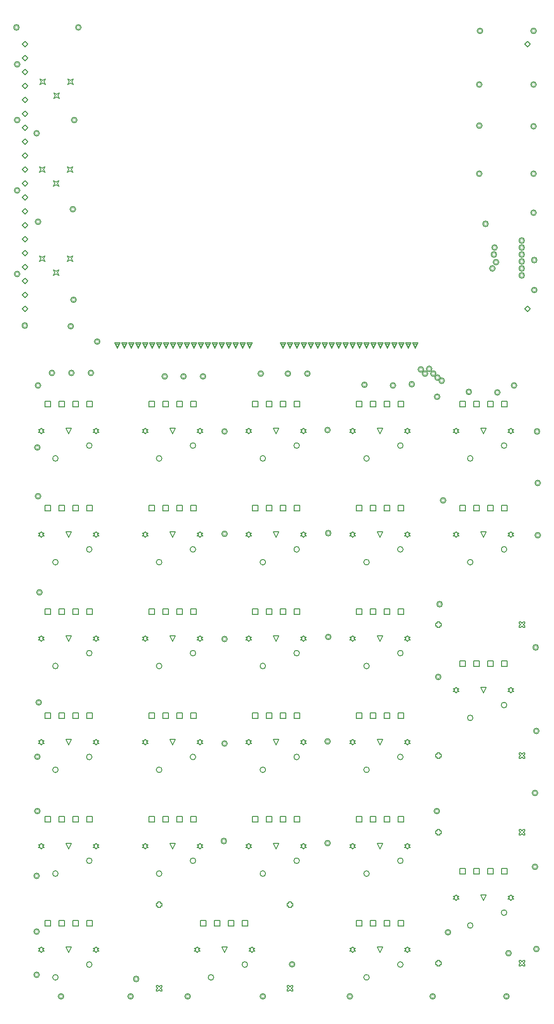
<source format=gbr>
%TF.GenerationSoftware,Altium Limited,Altium Designer,22.7.1 (60)*%
G04 Layer_Color=2752767*
%FSLAX45Y45*%
%MOMM*%
%TF.SameCoordinates,5A05AA2C-F857-43D8-A6CE-F15CAA79189D*%
%TF.FilePolarity,Positive*%
%TF.FileFunction,Drawing*%
%TF.Part,Single*%
G01*
G75*
%TA.AperFunction,NonConductor*%
%ADD85C,0.12700*%
%ADD86C,0.16933*%
%ADD87C,0.10160*%
D85*
X533400Y16776700D02*
X558800Y16827499D01*
X533400Y16878300D01*
X584200Y16852901D01*
X635000Y16878300D01*
X609600Y16827499D01*
X635000Y16776700D01*
X584200Y16802100D01*
X533400Y16776700D01*
X787400Y16522701D02*
X812800Y16573500D01*
X787400Y16624300D01*
X838200Y16598900D01*
X889000Y16624300D01*
X863600Y16573500D01*
X889000Y16522701D01*
X838200Y16548100D01*
X787400Y16522701D01*
X1041400Y16776700D02*
X1066800Y16827499D01*
X1041400Y16878300D01*
X1092200Y16852901D01*
X1143000Y16878300D01*
X1117600Y16827499D01*
X1143000Y16776700D01*
X1092200Y16802100D01*
X1041400Y16776700D01*
X1028700Y13550900D02*
X1054100Y13601700D01*
X1028700Y13652499D01*
X1079500Y13627100D01*
X1130300Y13652499D01*
X1104900Y13601700D01*
X1130300Y13550900D01*
X1079500Y13576300D01*
X1028700Y13550900D01*
X774700Y13296899D02*
X800100Y13347701D01*
X774700Y13398500D01*
X825500Y13373100D01*
X876300Y13398500D01*
X850900Y13347701D01*
X876300Y13296899D01*
X825500Y13322301D01*
X774700Y13296899D01*
X520700Y13550900D02*
X546100Y13601700D01*
X520700Y13652499D01*
X571500Y13627100D01*
X622300Y13652499D01*
X596900Y13601700D01*
X622300Y13550900D01*
X571500Y13576300D01*
X520700Y13550900D01*
X1028700Y15176500D02*
X1054100Y15227299D01*
X1028700Y15278101D01*
X1079500Y15252699D01*
X1130300Y15278101D01*
X1104900Y15227299D01*
X1130300Y15176500D01*
X1079500Y15201900D01*
X1028700Y15176500D01*
X774700Y14922501D02*
X800100Y14973300D01*
X774700Y15024100D01*
X825500Y14998700D01*
X876300Y15024100D01*
X850900Y14973300D01*
X876300Y14922501D01*
X825500Y14947900D01*
X774700Y14922501D01*
X520700Y15176500D02*
X546100Y15227299D01*
X520700Y15278101D01*
X571500Y15252699D01*
X622300Y15278101D01*
X596900Y15227299D01*
X622300Y15176500D01*
X571500Y15201900D01*
X520700Y15176500D01*
X8701930Y10900130D02*
Y11001730D01*
X8803530D01*
Y10900130D01*
X8701930D01*
X8193930D02*
Y11001730D01*
X8295530D01*
Y10900130D01*
X8193930D01*
X8447930D02*
Y11001730D01*
X8549530D01*
Y10900130D01*
X8447930D01*
X8955950Y10900110D02*
Y11001710D01*
X9057550D01*
Y10900110D01*
X8955950D01*
X8627030Y10412430D02*
X8576230Y10514030D01*
X8677830D01*
X8627030Y10412430D01*
X9126140D02*
X9151540Y10437830D01*
X9176940D01*
X9151540Y10463230D01*
X9176940Y10488630D01*
X9151540D01*
X9126140Y10514030D01*
X9100740Y10488630D01*
X9075340D01*
X9100740Y10463230D01*
X9075340Y10437830D01*
X9100740D01*
X9126140Y10412430D01*
X8127930D02*
X8153330Y10437830D01*
X8178730D01*
X8153330Y10463230D01*
X8178730Y10488630D01*
X8153330D01*
X8127930Y10514030D01*
X8102530Y10488630D01*
X8077130D01*
X8102530Y10463230D01*
X8077130Y10437830D01*
X8102530D01*
X8127930Y10412430D01*
Y5681680D02*
X8153330Y5707080D01*
X8178730D01*
X8153330Y5732480D01*
X8178730Y5757880D01*
X8153330D01*
X8127930Y5783280D01*
X8102530Y5757880D01*
X8077130D01*
X8102530Y5732480D01*
X8077130Y5707080D01*
X8102530D01*
X8127930Y5681680D01*
X9126140D02*
X9151540Y5707080D01*
X9176940D01*
X9151540Y5732480D01*
X9176940Y5757880D01*
X9151540D01*
X9126140Y5783280D01*
X9100740Y5757880D01*
X9075340D01*
X9100740Y5732480D01*
X9075340Y5707080D01*
X9100740D01*
X9126140Y5681680D01*
X8627030D02*
X8576230Y5783280D01*
X8677830D01*
X8627030Y5681680D01*
X8955950Y6169360D02*
Y6270960D01*
X9057550D01*
Y6169360D01*
X8955950D01*
X8447930Y6169380D02*
Y6270980D01*
X8549530D01*
Y6169380D01*
X8447930D01*
X8193930D02*
Y6270980D01*
X8295530D01*
Y6169380D01*
X8193930D01*
X8701930D02*
Y6270980D01*
X8803530D01*
Y6169380D01*
X8701930D01*
X7776130Y6900880D02*
Y6875480D01*
X7826930D01*
Y6900880D01*
X7852330D01*
Y6951680D01*
X7826930D01*
Y6977080D01*
X7776130D01*
Y6951680D01*
X7750730D01*
Y6900880D01*
X7776130D01*
X9274730Y6875480D02*
X9300130D01*
X9325530Y6900880D01*
X9350930Y6875480D01*
X9376330D01*
Y6900880D01*
X9350930Y6926280D01*
X9376330Y6951680D01*
Y6977080D01*
X9350930D01*
X9325530Y6951680D01*
X9300130Y6977080D01*
X9274730D01*
Y6951680D01*
X9300130Y6926280D01*
X9274730Y6900880D01*
Y6875480D01*
Y4487880D02*
X9300130D01*
X9325530Y4513280D01*
X9350930Y4487880D01*
X9376330D01*
Y4513280D01*
X9350930Y4538680D01*
X9376330Y4564080D01*
Y4589480D01*
X9350930D01*
X9325530Y4564080D01*
X9300130Y4589480D01*
X9274730D01*
Y4564080D01*
X9300130Y4538680D01*
X9274730Y4513280D01*
Y4487880D01*
X7776130Y4513280D02*
Y4487880D01*
X7826930D01*
Y4513280D01*
X7852330D01*
Y4564080D01*
X7826930D01*
Y4589480D01*
X7776130D01*
Y4564080D01*
X7750730D01*
Y4513280D01*
X7776130D01*
X8127930Y1897080D02*
X8153330Y1922480D01*
X8178730D01*
X8153330Y1947880D01*
X8178730Y1973280D01*
X8153330D01*
X8127930Y1998680D01*
X8102530Y1973280D01*
X8077130D01*
X8102530Y1947880D01*
X8077130Y1922480D01*
X8102530D01*
X8127930Y1897080D01*
X9126140D02*
X9151540Y1922480D01*
X9176940D01*
X9151540Y1947880D01*
X9176940Y1973280D01*
X9151540D01*
X9126140Y1998680D01*
X9100740Y1973280D01*
X9075340D01*
X9100740Y1947880D01*
X9075340Y1922480D01*
X9100740D01*
X9126140Y1897080D01*
X8627030D02*
X8576230Y1998680D01*
X8677830D01*
X8627030Y1897080D01*
X8955950Y2384760D02*
Y2486360D01*
X9057550D01*
Y2384760D01*
X8955950D01*
X8447930Y2384780D02*
Y2486380D01*
X8549530D01*
Y2384780D01*
X8447930D01*
X8193930D02*
Y2486380D01*
X8295530D01*
Y2384780D01*
X8193930D01*
X8701930D02*
Y2486380D01*
X8803530D01*
Y2384780D01*
X8701930D01*
X7776130Y3116280D02*
Y3090880D01*
X7826930D01*
Y3116280D01*
X7852330D01*
Y3167080D01*
X7826930D01*
Y3192480D01*
X7776130D01*
Y3167080D01*
X7750730D01*
Y3116280D01*
X7776130D01*
X9274730Y3090880D02*
X9300130D01*
X9325530Y3116280D01*
X9350930Y3090880D01*
X9376330D01*
Y3116280D01*
X9350930Y3141680D01*
X9376330Y3167080D01*
Y3192480D01*
X9350930D01*
X9325530Y3167080D01*
X9300130Y3192480D01*
X9274730D01*
Y3167080D01*
X9300130Y3141680D01*
X9274730Y3116280D01*
Y3090880D01*
Y703280D02*
X9300130D01*
X9325530Y728680D01*
X9350930Y703280D01*
X9376330D01*
Y728680D01*
X9350930Y754080D01*
X9376330Y779480D01*
Y804880D01*
X9350930D01*
X9325530Y779480D01*
X9300130Y804880D01*
X9274730D01*
Y779480D01*
X9300130Y754080D01*
X9274730Y728680D01*
Y703280D01*
X7776130Y728680D02*
Y703280D01*
X7826930D01*
Y728680D01*
X7852330D01*
Y779480D01*
X7826930D01*
Y804880D01*
X7776130D01*
Y779480D01*
X7750730D01*
Y728680D01*
X7776130D01*
X3971180Y1438630D02*
Y1540230D01*
X4072780D01*
Y1438630D01*
X3971180D01*
X3463180D02*
Y1540230D01*
X3564780D01*
Y1438630D01*
X3463180D01*
X3717180D02*
Y1540230D01*
X3818780D01*
Y1438630D01*
X3717180D01*
X4225200Y1438610D02*
Y1540210D01*
X4326800D01*
Y1438610D01*
X4225200D01*
X3896280Y950930D02*
X3845480Y1052530D01*
X3947080D01*
X3896280Y950930D01*
X4395390D02*
X4420790Y976330D01*
X4446190D01*
X4420790Y1001730D01*
X4446190Y1027130D01*
X4420790D01*
X4395390Y1052530D01*
X4369990Y1027130D01*
X4344590D01*
X4369990Y1001730D01*
X4344590Y976330D01*
X4369990D01*
X4395390Y950930D01*
X3397180D02*
X3422580Y976330D01*
X3447980D01*
X3422580Y1001730D01*
X3447980Y1027130D01*
X3422580D01*
X3397180Y1052530D01*
X3371780Y1027130D01*
X3346380D01*
X3371780Y1001730D01*
X3346380Y976330D01*
X3371780D01*
X3397180Y950930D01*
X2651680Y252430D02*
X2677080D01*
X2702480Y277830D01*
X2727880Y252430D01*
X2753280D01*
Y277830D01*
X2727880Y303230D01*
X2753280Y328630D01*
Y354030D01*
X2727880D01*
X2702480Y328630D01*
X2677080Y354030D01*
X2651680D01*
Y328630D01*
X2677080Y303230D01*
X2651680Y277830D01*
Y252430D01*
X5039280D02*
X5064680D01*
X5090080Y277830D01*
X5115480Y252430D01*
X5140880D01*
Y277830D01*
X5115480Y303230D01*
X5140880Y328630D01*
Y354030D01*
X5115480D01*
X5090080Y328630D01*
X5064680Y354030D01*
X5039280D01*
Y328630D01*
X5064680Y303230D01*
X5039280Y277830D01*
Y252430D01*
X2677080Y1801830D02*
Y1776430D01*
X2727880D01*
Y1801830D01*
X2753280D01*
Y1852630D01*
X2727880D01*
Y1878030D01*
X2677080D01*
Y1852630D01*
X2651680D01*
Y1801830D01*
X2677080D01*
X5064680D02*
Y1776430D01*
X5115480D01*
Y1801830D01*
X5140880D01*
Y1852630D01*
X5115480D01*
Y1878030D01*
X5064680D01*
Y1852630D01*
X5039280D01*
Y1801830D01*
X5064680D01*
X1132730Y1438630D02*
Y1540230D01*
X1234330D01*
Y1438630D01*
X1132730D01*
X624730D02*
Y1540230D01*
X726330D01*
Y1438630D01*
X624730D01*
X878730D02*
Y1540230D01*
X980330D01*
Y1438630D01*
X878730D01*
X1386750Y1438610D02*
Y1540210D01*
X1488350D01*
Y1438610D01*
X1386750D01*
X1057830Y950930D02*
X1007030Y1052530D01*
X1108630D01*
X1057830Y950930D01*
X1556940D02*
X1582340Y976330D01*
X1607740D01*
X1582340Y1001730D01*
X1607740Y1027130D01*
X1582340D01*
X1556940Y1052530D01*
X1531540Y1027130D01*
X1506140D01*
X1531540Y1001730D01*
X1506140Y976330D01*
X1531540D01*
X1556940Y950930D01*
X558730D02*
X584130Y976330D01*
X609530D01*
X584130Y1001730D01*
X609530Y1027130D01*
X584130D01*
X558730Y1052530D01*
X533330Y1027130D01*
X507930D01*
X533330Y1001730D01*
X507930Y976330D01*
X533330D01*
X558730Y950930D01*
X1132730Y3330930D02*
Y3432530D01*
X1234330D01*
Y3330930D01*
X1132730D01*
X624730D02*
Y3432530D01*
X726330D01*
Y3330930D01*
X624730D01*
X878730D02*
Y3432530D01*
X980330D01*
Y3330930D01*
X878730D01*
X1386750Y3330910D02*
Y3432510D01*
X1488350D01*
Y3330910D01*
X1386750D01*
X1057830Y2843230D02*
X1007030Y2944830D01*
X1108630D01*
X1057830Y2843230D01*
X1556940D02*
X1582340Y2868630D01*
X1607740D01*
X1582340Y2894030D01*
X1607740Y2919430D01*
X1582340D01*
X1556940Y2944830D01*
X1531540Y2919430D01*
X1506140D01*
X1531540Y2894030D01*
X1506140Y2868630D01*
X1531540D01*
X1556940Y2843230D01*
X558730D02*
X584130Y2868630D01*
X609530D01*
X584130Y2894030D01*
X609530Y2919430D01*
X584130D01*
X558730Y2944830D01*
X533330Y2919430D01*
X507930D01*
X533330Y2894030D01*
X507930Y2868630D01*
X533330D01*
X558730Y2843230D01*
X1132730Y5223230D02*
Y5324830D01*
X1234330D01*
Y5223230D01*
X1132730D01*
X624730D02*
Y5324830D01*
X726330D01*
Y5223230D01*
X624730D01*
X878730D02*
Y5324830D01*
X980330D01*
Y5223230D01*
X878730D01*
X1386750Y5223210D02*
Y5324810D01*
X1488350D01*
Y5223210D01*
X1386750D01*
X1057830Y4735530D02*
X1007030Y4837130D01*
X1108630D01*
X1057830Y4735530D01*
X1556940D02*
X1582340Y4760930D01*
X1607740D01*
X1582340Y4786330D01*
X1607740Y4811730D01*
X1582340D01*
X1556940Y4837130D01*
X1531540Y4811730D01*
X1506140D01*
X1531540Y4786330D01*
X1506140Y4760930D01*
X1531540D01*
X1556940Y4735530D01*
X558730D02*
X584130Y4760930D01*
X609530D01*
X584130Y4786330D01*
X609530Y4811730D01*
X584130D01*
X558730Y4837130D01*
X533330Y4811730D01*
X507930D01*
X533330Y4786330D01*
X507930Y4760930D01*
X533330D01*
X558730Y4735530D01*
X1132730Y7115530D02*
Y7217130D01*
X1234330D01*
Y7115530D01*
X1132730D01*
X624730D02*
Y7217130D01*
X726330D01*
Y7115530D01*
X624730D01*
X878730D02*
Y7217130D01*
X980330D01*
Y7115530D01*
X878730D01*
X1386750Y7115510D02*
Y7217110D01*
X1488350D01*
Y7115510D01*
X1386750D01*
X1057830Y6627830D02*
X1007030Y6729430D01*
X1108630D01*
X1057830Y6627830D01*
X1556940D02*
X1582340Y6653230D01*
X1607740D01*
X1582340Y6678630D01*
X1607740Y6704030D01*
X1582340D01*
X1556940Y6729430D01*
X1531540Y6704030D01*
X1506140D01*
X1531540Y6678630D01*
X1506140Y6653230D01*
X1531540D01*
X1556940Y6627830D01*
X558730D02*
X584130Y6653230D01*
X609530D01*
X584130Y6678630D01*
X609530Y6704030D01*
X584130D01*
X558730Y6729430D01*
X533330Y6704030D01*
X507930D01*
X533330Y6678630D01*
X507930Y6653230D01*
X533330D01*
X558730Y6627830D01*
X1132730Y9007830D02*
Y9109430D01*
X1234330D01*
Y9007830D01*
X1132730D01*
X624730D02*
Y9109430D01*
X726330D01*
Y9007830D01*
X624730D01*
X878730D02*
Y9109430D01*
X980330D01*
Y9007830D01*
X878730D01*
X1386750Y9007810D02*
Y9109410D01*
X1488350D01*
Y9007810D01*
X1386750D01*
X1057830Y8520130D02*
X1007030Y8621730D01*
X1108630D01*
X1057830Y8520130D01*
X1556940D02*
X1582340Y8545530D01*
X1607740D01*
X1582340Y8570930D01*
X1607740Y8596330D01*
X1582340D01*
X1556940Y8621730D01*
X1531540Y8596330D01*
X1506140D01*
X1531540Y8570930D01*
X1506140Y8545530D01*
X1531540D01*
X1556940Y8520130D01*
X558730D02*
X584130Y8545530D01*
X609530D01*
X584130Y8570930D01*
X609530Y8596330D01*
X584130D01*
X558730Y8621730D01*
X533330Y8596330D01*
X507930D01*
X533330Y8570930D01*
X507930Y8545530D01*
X533330D01*
X558730Y8520130D01*
X1132730Y10900130D02*
Y11001730D01*
X1234330D01*
Y10900130D01*
X1132730D01*
X624730D02*
Y11001730D01*
X726330D01*
Y10900130D01*
X624730D01*
X878730D02*
Y11001730D01*
X980330D01*
Y10900130D01*
X878730D01*
X1386750Y10900110D02*
Y11001710D01*
X1488350D01*
Y10900110D01*
X1386750D01*
X1057830Y10412430D02*
X1007030Y10514030D01*
X1108630D01*
X1057830Y10412430D01*
X1556940D02*
X1582340Y10437830D01*
X1607740D01*
X1582340Y10463230D01*
X1607740Y10488630D01*
X1582340D01*
X1556940Y10514030D01*
X1531540Y10488630D01*
X1506140D01*
X1531540Y10463230D01*
X1506140Y10437830D01*
X1531540D01*
X1556940Y10412430D01*
X558730D02*
X584130Y10437830D01*
X609530D01*
X584130Y10463230D01*
X609530Y10488630D01*
X584130D01*
X558730Y10514030D01*
X533330Y10488630D01*
X507930D01*
X533330Y10463230D01*
X507930Y10437830D01*
X533330D01*
X558730Y10412430D01*
X7378700Y11963400D02*
X7327900Y12065000D01*
X7429500D01*
X7378700Y11963400D01*
Y11983720D02*
X7348220Y12044680D01*
X7409180D01*
X7378700Y11983720D01*
X7251700Y11963400D02*
X7200900Y12065000D01*
X7302500D01*
X7251700Y11963400D01*
Y11983720D02*
X7221220Y12044680D01*
X7282180D01*
X7251700Y11983720D01*
X7124700Y11963400D02*
X7073900Y12065000D01*
X7175500D01*
X7124700Y11963400D01*
Y11983720D02*
X7094220Y12044680D01*
X7155180D01*
X7124700Y11983720D01*
X6997700Y11963400D02*
X6946900Y12065000D01*
X7048500D01*
X6997700Y11963400D01*
Y11983720D02*
X6967220Y12044680D01*
X7028180D01*
X6997700Y11983720D01*
X6870700Y11963400D02*
X6819900Y12065000D01*
X6921500D01*
X6870700Y11963400D01*
Y11983720D02*
X6840220Y12044680D01*
X6901180D01*
X6870700Y11983720D01*
X6743700Y11963400D02*
X6692900Y12065000D01*
X6794500D01*
X6743700Y11963400D01*
Y11983720D02*
X6713220Y12044680D01*
X6774180D01*
X6743700Y11983720D01*
X6616700Y11963400D02*
X6565900Y12065000D01*
X6667500D01*
X6616700Y11963400D01*
Y11983720D02*
X6586220Y12044680D01*
X6647180D01*
X6616700Y11983720D01*
X6489700Y11963400D02*
X6438900Y12065000D01*
X6540500D01*
X6489700Y11963400D01*
Y11983720D02*
X6459220Y12044680D01*
X6520180D01*
X6489700Y11983720D01*
X6362700Y11963400D02*
X6311900Y12065000D01*
X6413500D01*
X6362700Y11963400D01*
Y11983720D02*
X6332220Y12044680D01*
X6393180D01*
X6362700Y11983720D01*
X6235700Y11963400D02*
X6184900Y12065000D01*
X6286500D01*
X6235700Y11963400D01*
Y11983720D02*
X6205220Y12044680D01*
X6266180D01*
X6235700Y11983720D01*
X6108700Y11963400D02*
X6057900Y12065000D01*
X6159500D01*
X6108700Y11963400D01*
Y11983720D02*
X6078220Y12044680D01*
X6139180D01*
X6108700Y11983720D01*
X5981700Y11963400D02*
X5930900Y12065000D01*
X6032500D01*
X5981700Y11963400D01*
Y11983720D02*
X5951220Y12044680D01*
X6012180D01*
X5981700Y11983720D01*
X5854700Y11963400D02*
X5803900Y12065000D01*
X5905500D01*
X5854700Y11963400D01*
Y11983720D02*
X5824220Y12044680D01*
X5885180D01*
X5854700Y11983720D01*
X5727700Y11963400D02*
X5676900Y12065000D01*
X5778500D01*
X5727700Y11963400D01*
Y11983720D02*
X5697220Y12044680D01*
X5758180D01*
X5727700Y11983720D01*
X5600700Y11963400D02*
X5549900Y12065000D01*
X5651500D01*
X5600700Y11963400D01*
Y11983720D02*
X5570220Y12044680D01*
X5631180D01*
X5600700Y11983720D01*
X5473700Y11963400D02*
X5422900Y12065000D01*
X5524500D01*
X5473700Y11963400D01*
Y11983720D02*
X5443220Y12044680D01*
X5504180D01*
X5473700Y11983720D01*
X5346700Y11963400D02*
X5295900Y12065000D01*
X5397500D01*
X5346700Y11963400D01*
Y11983720D02*
X5316220Y12044680D01*
X5377180D01*
X5346700Y11983720D01*
X5219700Y11963400D02*
X5168900Y12065000D01*
X5270500D01*
X5219700Y11963400D01*
Y11983720D02*
X5189220Y12044680D01*
X5250180D01*
X5219700Y11983720D01*
X5092700Y11963400D02*
X5041900Y12065000D01*
X5143500D01*
X5092700Y11963400D01*
Y11983720D02*
X5062220Y12044680D01*
X5123180D01*
X5092700Y11983720D01*
X4965700Y11963400D02*
X4914900Y12065000D01*
X5016500D01*
X4965700Y11963400D01*
Y11983720D02*
X4935220Y12044680D01*
X4996180D01*
X4965700Y11983720D01*
X4356100Y11963400D02*
X4305300Y12065000D01*
X4406900D01*
X4356100Y11963400D01*
Y11983720D02*
X4325620Y12044680D01*
X4386580D01*
X4356100Y11983720D01*
X4229100Y11963400D02*
X4178300Y12065000D01*
X4279900D01*
X4229100Y11963400D01*
Y11983720D02*
X4198620Y12044680D01*
X4259580D01*
X4229100Y11983720D01*
X4102100Y11963400D02*
X4051300Y12065000D01*
X4152900D01*
X4102100Y11963400D01*
Y11983720D02*
X4071620Y12044680D01*
X4132580D01*
X4102100Y11983720D01*
X3975100Y11963400D02*
X3924300Y12065000D01*
X4025900D01*
X3975100Y11963400D01*
Y11983720D02*
X3944620Y12044680D01*
X4005580D01*
X3975100Y11983720D01*
X3848100Y11963400D02*
X3797300Y12065000D01*
X3898900D01*
X3848100Y11963400D01*
Y11983720D02*
X3817620Y12044680D01*
X3878580D01*
X3848100Y11983720D01*
X3721100Y11963400D02*
X3670300Y12065000D01*
X3771900D01*
X3721100Y11963400D01*
Y11983720D02*
X3690620Y12044680D01*
X3751580D01*
X3721100Y11983720D01*
X3594100Y11963400D02*
X3543300Y12065000D01*
X3644900D01*
X3594100Y11963400D01*
Y11983720D02*
X3563620Y12044680D01*
X3624580D01*
X3594100Y11983720D01*
X3467100Y11963400D02*
X3416300Y12065000D01*
X3517900D01*
X3467100Y11963400D01*
Y11983720D02*
X3436620Y12044680D01*
X3497580D01*
X3467100Y11983720D01*
X3340100Y11963400D02*
X3289300Y12065000D01*
X3390900D01*
X3340100Y11963400D01*
Y11983720D02*
X3309620Y12044680D01*
X3370580D01*
X3340100Y11983720D01*
X3213100Y11963400D02*
X3162300Y12065000D01*
X3263900D01*
X3213100Y11963400D01*
Y11983720D02*
X3182620Y12044680D01*
X3243580D01*
X3213100Y11983720D01*
X3086100Y11963400D02*
X3035300Y12065000D01*
X3136900D01*
X3086100Y11963400D01*
Y11983720D02*
X3055620Y12044680D01*
X3116580D01*
X3086100Y11983720D01*
X2959100Y11963400D02*
X2908300Y12065000D01*
X3009900D01*
X2959100Y11963400D01*
Y11983720D02*
X2928620Y12044680D01*
X2989580D01*
X2959100Y11983720D01*
X2832100Y11963400D02*
X2781300Y12065000D01*
X2882900D01*
X2832100Y11963400D01*
Y11983720D02*
X2801620Y12044680D01*
X2862580D01*
X2832100Y11983720D01*
X2705100Y11963400D02*
X2654300Y12065000D01*
X2755900D01*
X2705100Y11963400D01*
Y11983720D02*
X2674620Y12044680D01*
X2735580D01*
X2705100Y11983720D01*
X2578100Y11963400D02*
X2527300Y12065000D01*
X2628900D01*
X2578100Y11963400D01*
Y11983720D02*
X2547620Y12044680D01*
X2608580D01*
X2578100Y11983720D01*
X2451100Y11963400D02*
X2400300Y12065000D01*
X2501900D01*
X2451100Y11963400D01*
Y11983720D02*
X2420620Y12044680D01*
X2481580D01*
X2451100Y11983720D01*
X2324100Y11963400D02*
X2273300Y12065000D01*
X2374900D01*
X2324100Y11963400D01*
Y11983720D02*
X2293620Y12044680D01*
X2354580D01*
X2324100Y11983720D01*
X2197100Y11963400D02*
X2146300Y12065000D01*
X2247900D01*
X2197100Y11963400D01*
Y11983720D02*
X2166620Y12044680D01*
X2227580D01*
X2197100Y11983720D01*
X2070100Y11963400D02*
X2019300Y12065000D01*
X2120900D01*
X2070100Y11963400D01*
Y11983720D02*
X2039620Y12044680D01*
X2100580D01*
X2070100Y11983720D01*
X1943100Y11963400D02*
X1892300Y12065000D01*
X1993900D01*
X1943100Y11963400D01*
Y11983720D02*
X1912620Y12044680D01*
X1973580D01*
X1943100Y11983720D01*
X208200Y12685300D02*
X259000Y12736100D01*
X309800Y12685300D01*
X259000Y12634500D01*
X208200Y12685300D01*
Y12939301D02*
X259000Y12990100D01*
X309800Y12939301D01*
X259000Y12888499D01*
X208200Y12939301D01*
Y13193300D02*
X259000Y13244099D01*
X309800Y13193300D01*
X259000Y13142500D01*
X208200Y13193300D01*
Y13447301D02*
X259000Y13498100D01*
X309800Y13447301D01*
X259000Y13396500D01*
X208200Y13447301D01*
Y13701300D02*
X259000Y13752100D01*
X309800Y13701300D01*
X259000Y13650500D01*
X208200Y13701300D01*
Y13955299D02*
X259000Y14006100D01*
X309800Y13955299D01*
X259000Y13904500D01*
X208200Y13955299D01*
Y14209300D02*
X259000Y14260100D01*
X309800Y14209300D01*
X259000Y14158501D01*
X208200Y14209300D01*
Y14463300D02*
X259000Y14514101D01*
X309800Y14463300D01*
X259000Y14412500D01*
X208200Y14463300D01*
Y14717300D02*
X259000Y14768100D01*
X309800Y14717300D01*
X259000Y14666499D01*
X208200Y14717300D01*
Y14971300D02*
X259000Y15022099D01*
X309800Y14971300D01*
X259000Y14920500D01*
X208200Y14971300D01*
Y15225301D02*
X259000Y15276100D01*
X309800Y15225301D01*
X259000Y15174500D01*
X208200Y15225301D01*
Y15479300D02*
X259000Y15530099D01*
X309800Y15479300D01*
X259000Y15428500D01*
X208200Y15479300D01*
Y15733299D02*
X259000Y15784100D01*
X309800Y15733299D01*
X259000Y15682500D01*
X208200Y15733299D01*
Y15987300D02*
X259000Y16038100D01*
X309800Y15987300D01*
X259000Y15936501D01*
X208200Y15987300D01*
Y16241299D02*
X259000Y16292101D01*
X309800Y16241299D01*
X259000Y16190500D01*
X208200Y16241299D01*
Y16495300D02*
X259000Y16546100D01*
X309800Y16495300D01*
X259000Y16444501D01*
X208200Y16495300D01*
Y16749300D02*
X259000Y16800101D01*
X309800Y16749300D01*
X259000Y16698500D01*
X208200Y16749300D01*
X9375060Y12685300D02*
X9425860Y12736100D01*
X9476660Y12685300D01*
X9425860Y12634500D01*
X9375060Y12685300D01*
Y17511301D02*
X9425860Y17562100D01*
X9476660Y17511301D01*
X9425860Y17460500D01*
X9375060Y17511301D01*
X208200Y17003300D02*
X259000Y17054100D01*
X309800Y17003300D01*
X259000Y16952499D01*
X208200Y17003300D01*
Y17257300D02*
X259000Y17308099D01*
X309800Y17257300D01*
X259000Y17206500D01*
X208200Y17257300D01*
Y17511301D02*
X259000Y17562100D01*
X309800Y17511301D01*
X259000Y17460500D01*
X208200Y17511301D01*
X6235630Y10412430D02*
X6261030Y10437830D01*
X6286430D01*
X6261030Y10463230D01*
X6286430Y10488630D01*
X6261030D01*
X6235630Y10514030D01*
X6210230Y10488630D01*
X6184830D01*
X6210230Y10463230D01*
X6184830Y10437830D01*
X6210230D01*
X6235630Y10412430D01*
X7233840D02*
X7259240Y10437830D01*
X7284640D01*
X7259240Y10463230D01*
X7284640Y10488630D01*
X7259240D01*
X7233840Y10514030D01*
X7208440Y10488630D01*
X7183040D01*
X7208440Y10463230D01*
X7183040Y10437830D01*
X7208440D01*
X7233840Y10412430D01*
X6734730D02*
X6683930Y10514030D01*
X6785530D01*
X6734730Y10412430D01*
X7063650Y10900110D02*
Y11001710D01*
X7165250D01*
Y10900110D01*
X7063650D01*
X6555630Y10900130D02*
Y11001730D01*
X6657230D01*
Y10900130D01*
X6555630D01*
X6301630D02*
Y11001730D01*
X6403230D01*
Y10900130D01*
X6301630D01*
X6809630D02*
Y11001730D01*
X6911230D01*
Y10900130D01*
X6809630D01*
X4343330Y2843230D02*
X4368730Y2868630D01*
X4394130D01*
X4368730Y2894030D01*
X4394130Y2919430D01*
X4368730D01*
X4343330Y2944830D01*
X4317930Y2919430D01*
X4292530D01*
X4317930Y2894030D01*
X4292530Y2868630D01*
X4317930D01*
X4343330Y2843230D01*
X5341540D02*
X5366940Y2868630D01*
X5392340D01*
X5366940Y2894030D01*
X5392340Y2919430D01*
X5366940D01*
X5341540Y2944830D01*
X5316140Y2919430D01*
X5290740D01*
X5316140Y2894030D01*
X5290740Y2868630D01*
X5316140D01*
X5341540Y2843230D01*
X4842430D02*
X4791630Y2944830D01*
X4893230D01*
X4842430Y2843230D01*
X5171350Y3330910D02*
Y3432510D01*
X5272950D01*
Y3330910D01*
X5171350D01*
X4663330Y3330930D02*
Y3432530D01*
X4764930D01*
Y3330930D01*
X4663330D01*
X4409330D02*
Y3432530D01*
X4510930D01*
Y3330930D01*
X4409330D01*
X4917330D02*
Y3432530D01*
X5018930D01*
Y3330930D01*
X4917330D01*
X6235630Y950930D02*
X6261030Y976330D01*
X6286430D01*
X6261030Y1001730D01*
X6286430Y1027130D01*
X6261030D01*
X6235630Y1052530D01*
X6210230Y1027130D01*
X6184830D01*
X6210230Y1001730D01*
X6184830Y976330D01*
X6210230D01*
X6235630Y950930D01*
X7233840D02*
X7259240Y976330D01*
X7284640D01*
X7259240Y1001730D01*
X7284640Y1027130D01*
X7259240D01*
X7233840Y1052530D01*
X7208440Y1027130D01*
X7183040D01*
X7208440Y1001730D01*
X7183040Y976330D01*
X7208440D01*
X7233840Y950930D01*
X6734730D02*
X6683930Y1052530D01*
X6785530D01*
X6734730Y950930D01*
X7063650Y1438610D02*
Y1540210D01*
X7165250D01*
Y1438610D01*
X7063650D01*
X6555630Y1438630D02*
Y1540230D01*
X6657230D01*
Y1438630D01*
X6555630D01*
X6301630D02*
Y1540230D01*
X6403230D01*
Y1438630D01*
X6301630D01*
X6809630D02*
Y1540230D01*
X6911230D01*
Y1438630D01*
X6809630D01*
X6235630Y2843230D02*
X6261030Y2868630D01*
X6286430D01*
X6261030Y2894030D01*
X6286430Y2919430D01*
X6261030D01*
X6235630Y2944830D01*
X6210230Y2919430D01*
X6184830D01*
X6210230Y2894030D01*
X6184830Y2868630D01*
X6210230D01*
X6235630Y2843230D01*
X7233840D02*
X7259240Y2868630D01*
X7284640D01*
X7259240Y2894030D01*
X7284640Y2919430D01*
X7259240D01*
X7233840Y2944830D01*
X7208440Y2919430D01*
X7183040D01*
X7208440Y2894030D01*
X7183040Y2868630D01*
X7208440D01*
X7233840Y2843230D01*
X6734730D02*
X6683930Y2944830D01*
X6785530D01*
X6734730Y2843230D01*
X7063650Y3330910D02*
Y3432510D01*
X7165250D01*
Y3330910D01*
X7063650D01*
X6555630Y3330930D02*
Y3432530D01*
X6657230D01*
Y3330930D01*
X6555630D01*
X6301630D02*
Y3432530D01*
X6403230D01*
Y3330930D01*
X6301630D01*
X6809630D02*
Y3432530D01*
X6911230D01*
Y3330930D01*
X6809630D01*
X6235630Y4735530D02*
X6261030Y4760930D01*
X6286430D01*
X6261030Y4786330D01*
X6286430Y4811730D01*
X6261030D01*
X6235630Y4837130D01*
X6210230Y4811730D01*
X6184830D01*
X6210230Y4786330D01*
X6184830Y4760930D01*
X6210230D01*
X6235630Y4735530D01*
X7233840D02*
X7259240Y4760930D01*
X7284640D01*
X7259240Y4786330D01*
X7284640Y4811730D01*
X7259240D01*
X7233840Y4837130D01*
X7208440Y4811730D01*
X7183040D01*
X7208440Y4786330D01*
X7183040Y4760930D01*
X7208440D01*
X7233840Y4735530D01*
X6734730D02*
X6683930Y4837130D01*
X6785530D01*
X6734730Y4735530D01*
X7063650Y5223210D02*
Y5324810D01*
X7165250D01*
Y5223210D01*
X7063650D01*
X6555630Y5223230D02*
Y5324830D01*
X6657230D01*
Y5223230D01*
X6555630D01*
X6301630D02*
Y5324830D01*
X6403230D01*
Y5223230D01*
X6301630D01*
X6809630D02*
Y5324830D01*
X6911230D01*
Y5223230D01*
X6809630D01*
X4343330Y8520130D02*
X4368730Y8545530D01*
X4394130D01*
X4368730Y8570930D01*
X4394130Y8596330D01*
X4368730D01*
X4343330Y8621730D01*
X4317930Y8596330D01*
X4292530D01*
X4317930Y8570930D01*
X4292530Y8545530D01*
X4317930D01*
X4343330Y8520130D01*
X5341540D02*
X5366940Y8545530D01*
X5392340D01*
X5366940Y8570930D01*
X5392340Y8596330D01*
X5366940D01*
X5341540Y8621730D01*
X5316140Y8596330D01*
X5290740D01*
X5316140Y8570930D01*
X5290740Y8545530D01*
X5316140D01*
X5341540Y8520130D01*
X4842430D02*
X4791630Y8621730D01*
X4893230D01*
X4842430Y8520130D01*
X5171350Y9007810D02*
Y9109410D01*
X5272950D01*
Y9007810D01*
X5171350D01*
X4663330Y9007830D02*
Y9109430D01*
X4764930D01*
Y9007830D01*
X4663330D01*
X4409330D02*
Y9109430D01*
X4510930D01*
Y9007830D01*
X4409330D01*
X4917330D02*
Y9109430D01*
X5018930D01*
Y9007830D01*
X4917330D01*
X4343330Y10412430D02*
X4368730Y10437830D01*
X4394130D01*
X4368730Y10463230D01*
X4394130Y10488630D01*
X4368730D01*
X4343330Y10514030D01*
X4317930Y10488630D01*
X4292530D01*
X4317930Y10463230D01*
X4292530Y10437830D01*
X4317930D01*
X4343330Y10412430D01*
X5341540D02*
X5366940Y10437830D01*
X5392340D01*
X5366940Y10463230D01*
X5392340Y10488630D01*
X5366940D01*
X5341540Y10514030D01*
X5316140Y10488630D01*
X5290740D01*
X5316140Y10463230D01*
X5290740Y10437830D01*
X5316140D01*
X5341540Y10412430D01*
X4842430D02*
X4791630Y10514030D01*
X4893230D01*
X4842430Y10412430D01*
X5171350Y10900110D02*
Y11001710D01*
X5272950D01*
Y10900110D01*
X5171350D01*
X4663330Y10900130D02*
Y11001730D01*
X4764930D01*
Y10900130D01*
X4663330D01*
X4409330D02*
Y11001730D01*
X4510930D01*
Y10900130D01*
X4409330D01*
X4917330D02*
Y11001730D01*
X5018930D01*
Y10900130D01*
X4917330D01*
X6235630Y8520130D02*
X6261030Y8545530D01*
X6286430D01*
X6261030Y8570930D01*
X6286430Y8596330D01*
X6261030D01*
X6235630Y8621730D01*
X6210230Y8596330D01*
X6184830D01*
X6210230Y8570930D01*
X6184830Y8545530D01*
X6210230D01*
X6235630Y8520130D01*
X7233840D02*
X7259240Y8545530D01*
X7284640D01*
X7259240Y8570930D01*
X7284640Y8596330D01*
X7259240D01*
X7233840Y8621730D01*
X7208440Y8596330D01*
X7183040D01*
X7208440Y8570930D01*
X7183040Y8545530D01*
X7208440D01*
X7233840Y8520130D01*
X6734730D02*
X6683930Y8621730D01*
X6785530D01*
X6734730Y8520130D01*
X7063650Y9007810D02*
Y9109410D01*
X7165250D01*
Y9007810D01*
X7063650D01*
X6555630Y9007830D02*
Y9109430D01*
X6657230D01*
Y9007830D01*
X6555630D01*
X6301630D02*
Y9109430D01*
X6403230D01*
Y9007830D01*
X6301630D01*
X6809630D02*
Y9109430D01*
X6911230D01*
Y9007830D01*
X6809630D01*
X6235630Y6627830D02*
X6261030Y6653230D01*
X6286430D01*
X6261030Y6678630D01*
X6286430Y6704030D01*
X6261030D01*
X6235630Y6729430D01*
X6210230Y6704030D01*
X6184830D01*
X6210230Y6678630D01*
X6184830Y6653230D01*
X6210230D01*
X6235630Y6627830D01*
X7233840D02*
X7259240Y6653230D01*
X7284640D01*
X7259240Y6678630D01*
X7284640Y6704030D01*
X7259240D01*
X7233840Y6729430D01*
X7208440Y6704030D01*
X7183040D01*
X7208440Y6678630D01*
X7183040Y6653230D01*
X7208440D01*
X7233840Y6627830D01*
X6734730D02*
X6683930Y6729430D01*
X6785530D01*
X6734730Y6627830D01*
X7063650Y7115510D02*
Y7217110D01*
X7165250D01*
Y7115510D01*
X7063650D01*
X6555630Y7115530D02*
Y7217130D01*
X6657230D01*
Y7115530D01*
X6555630D01*
X6301630D02*
Y7217130D01*
X6403230D01*
Y7115530D01*
X6301630D01*
X6809630D02*
Y7217130D01*
X6911230D01*
Y7115530D01*
X6809630D01*
X4343330Y6627830D02*
X4368730Y6653230D01*
X4394130D01*
X4368730Y6678630D01*
X4394130Y6704030D01*
X4368730D01*
X4343330Y6729430D01*
X4317930Y6704030D01*
X4292530D01*
X4317930Y6678630D01*
X4292530Y6653230D01*
X4317930D01*
X4343330Y6627830D01*
X5341540D02*
X5366940Y6653230D01*
X5392340D01*
X5366940Y6678630D01*
X5392340Y6704030D01*
X5366940D01*
X5341540Y6729430D01*
X5316140Y6704030D01*
X5290740D01*
X5316140Y6678630D01*
X5290740Y6653230D01*
X5316140D01*
X5341540Y6627830D01*
X4842430D02*
X4791630Y6729430D01*
X4893230D01*
X4842430Y6627830D01*
X5171350Y7115510D02*
Y7217110D01*
X5272950D01*
Y7115510D01*
X5171350D01*
X4663330Y7115530D02*
Y7217130D01*
X4764930D01*
Y7115530D01*
X4663330D01*
X4409330D02*
Y7217130D01*
X4510930D01*
Y7115530D01*
X4409330D01*
X4917330D02*
Y7217130D01*
X5018930D01*
Y7115530D01*
X4917330D01*
X4343330Y4735530D02*
X4368730Y4760930D01*
X4394130D01*
X4368730Y4786330D01*
X4394130Y4811730D01*
X4368730D01*
X4343330Y4837130D01*
X4317930Y4811730D01*
X4292530D01*
X4317930Y4786330D01*
X4292530Y4760930D01*
X4317930D01*
X4343330Y4735530D01*
X5341540D02*
X5366940Y4760930D01*
X5392340D01*
X5366940Y4786330D01*
X5392340Y4811730D01*
X5366940D01*
X5341540Y4837130D01*
X5316140Y4811730D01*
X5290740D01*
X5316140Y4786330D01*
X5290740Y4760930D01*
X5316140D01*
X5341540Y4735530D01*
X4842430D02*
X4791630Y4837130D01*
X4893230D01*
X4842430Y4735530D01*
X5171350Y5223210D02*
Y5324810D01*
X5272950D01*
Y5223210D01*
X5171350D01*
X4663330Y5223230D02*
Y5324830D01*
X4764930D01*
Y5223230D01*
X4663330D01*
X4409330D02*
Y5324830D01*
X4510930D01*
Y5223230D01*
X4409330D01*
X4917330D02*
Y5324830D01*
X5018930D01*
Y5223230D01*
X4917330D01*
X8127930Y8520130D02*
X8153330Y8545530D01*
X8178730D01*
X8153330Y8570930D01*
X8178730Y8596330D01*
X8153330D01*
X8127930Y8621730D01*
X8102530Y8596330D01*
X8077130D01*
X8102530Y8570930D01*
X8077130Y8545530D01*
X8102530D01*
X8127930Y8520130D01*
X9126140D02*
X9151540Y8545530D01*
X9176940D01*
X9151540Y8570930D01*
X9176940Y8596330D01*
X9151540D01*
X9126140Y8621730D01*
X9100740Y8596330D01*
X9075340D01*
X9100740Y8570930D01*
X9075340Y8545530D01*
X9100740D01*
X9126140Y8520130D01*
X8627030D02*
X8576230Y8621730D01*
X8677830D01*
X8627030Y8520130D01*
X8955950Y9007810D02*
Y9109410D01*
X9057550D01*
Y9007810D01*
X8955950D01*
X8447930Y9007830D02*
Y9109430D01*
X8549530D01*
Y9007830D01*
X8447930D01*
X8193930D02*
Y9109430D01*
X8295530D01*
Y9007830D01*
X8193930D01*
X8701930D02*
Y9109430D01*
X8803530D01*
Y9007830D01*
X8701930D01*
X2451030Y6627830D02*
X2476430Y6653230D01*
X2501830D01*
X2476430Y6678630D01*
X2501830Y6704030D01*
X2476430D01*
X2451030Y6729430D01*
X2425630Y6704030D01*
X2400230D01*
X2425630Y6678630D01*
X2400230Y6653230D01*
X2425630D01*
X2451030Y6627830D01*
X3449240D02*
X3474640Y6653230D01*
X3500040D01*
X3474640Y6678630D01*
X3500040Y6704030D01*
X3474640D01*
X3449240Y6729430D01*
X3423840Y6704030D01*
X3398440D01*
X3423840Y6678630D01*
X3398440Y6653230D01*
X3423840D01*
X3449240Y6627830D01*
X2950130D02*
X2899330Y6729430D01*
X3000930D01*
X2950130Y6627830D01*
X3279050Y7115510D02*
Y7217110D01*
X3380650D01*
Y7115510D01*
X3279050D01*
X2771030Y7115530D02*
Y7217130D01*
X2872630D01*
Y7115530D01*
X2771030D01*
X2517030D02*
Y7217130D01*
X2618630D01*
Y7115530D01*
X2517030D01*
X3025030D02*
Y7217130D01*
X3126630D01*
Y7115530D01*
X3025030D01*
X2451030Y4735530D02*
X2476430Y4760930D01*
X2501830D01*
X2476430Y4786330D01*
X2501830Y4811730D01*
X2476430D01*
X2451030Y4837130D01*
X2425630Y4811730D01*
X2400230D01*
X2425630Y4786330D01*
X2400230Y4760930D01*
X2425630D01*
X2451030Y4735530D01*
X3449240D02*
X3474640Y4760930D01*
X3500040D01*
X3474640Y4786330D01*
X3500040Y4811730D01*
X3474640D01*
X3449240Y4837130D01*
X3423840Y4811730D01*
X3398440D01*
X3423840Y4786330D01*
X3398440Y4760930D01*
X3423840D01*
X3449240Y4735530D01*
X2950130D02*
X2899330Y4837130D01*
X3000930D01*
X2950130Y4735530D01*
X3279050Y5223210D02*
Y5324810D01*
X3380650D01*
Y5223210D01*
X3279050D01*
X2771030Y5223230D02*
Y5324830D01*
X2872630D01*
Y5223230D01*
X2771030D01*
X2517030D02*
Y5324830D01*
X2618630D01*
Y5223230D01*
X2517030D01*
X3025030D02*
Y5324830D01*
X3126630D01*
Y5223230D01*
X3025030D01*
X2451030Y10412430D02*
X2476430Y10437830D01*
X2501830D01*
X2476430Y10463230D01*
X2501830Y10488630D01*
X2476430D01*
X2451030Y10514030D01*
X2425630Y10488630D01*
X2400230D01*
X2425630Y10463230D01*
X2400230Y10437830D01*
X2425630D01*
X2451030Y10412430D01*
X3449240D02*
X3474640Y10437830D01*
X3500040D01*
X3474640Y10463230D01*
X3500040Y10488630D01*
X3474640D01*
X3449240Y10514030D01*
X3423840Y10488630D01*
X3398440D01*
X3423840Y10463230D01*
X3398440Y10437830D01*
X3423840D01*
X3449240Y10412430D01*
X2950130D02*
X2899330Y10514030D01*
X3000930D01*
X2950130Y10412430D01*
X3279050Y10900110D02*
Y11001710D01*
X3380650D01*
Y10900110D01*
X3279050D01*
X2771030Y10900130D02*
Y11001730D01*
X2872630D01*
Y10900130D01*
X2771030D01*
X2517030D02*
Y11001730D01*
X2618630D01*
Y10900130D01*
X2517030D01*
X3025030D02*
Y11001730D01*
X3126630D01*
Y10900130D01*
X3025030D01*
X2451030Y2843230D02*
X2476430Y2868630D01*
X2501830D01*
X2476430Y2894030D01*
X2501830Y2919430D01*
X2476430D01*
X2451030Y2944830D01*
X2425630Y2919430D01*
X2400230D01*
X2425630Y2894030D01*
X2400230Y2868630D01*
X2425630D01*
X2451030Y2843230D01*
X3449240D02*
X3474640Y2868630D01*
X3500040D01*
X3474640Y2894030D01*
X3500040Y2919430D01*
X3474640D01*
X3449240Y2944830D01*
X3423840Y2919430D01*
X3398440D01*
X3423840Y2894030D01*
X3398440Y2868630D01*
X3423840D01*
X3449240Y2843230D01*
X2950130D02*
X2899330Y2944830D01*
X3000930D01*
X2950130Y2843230D01*
X3279050Y3330910D02*
Y3432510D01*
X3380650D01*
Y3330910D01*
X3279050D01*
X2771030Y3330930D02*
Y3432530D01*
X2872630D01*
Y3330930D01*
X2771030D01*
X2517030D02*
Y3432530D01*
X2618630D01*
Y3330930D01*
X2517030D01*
X3025030D02*
Y3432530D01*
X3126630D01*
Y3330930D01*
X3025030D01*
X2451030Y8520130D02*
X2476430Y8545530D01*
X2501830D01*
X2476430Y8570930D01*
X2501830Y8596330D01*
X2476430D01*
X2451030Y8621730D01*
X2425630Y8596330D01*
X2400230D01*
X2425630Y8570930D01*
X2400230Y8545530D01*
X2425630D01*
X2451030Y8520130D01*
X3449240D02*
X3474640Y8545530D01*
X3500040D01*
X3474640Y8570930D01*
X3500040Y8596330D01*
X3474640D01*
X3449240Y8621730D01*
X3423840Y8596330D01*
X3398440D01*
X3423840Y8570930D01*
X3398440Y8545530D01*
X3423840D01*
X3449240Y8520130D01*
X2950130D02*
X2899330Y8621730D01*
X3000930D01*
X2950130Y8520130D01*
X3279050Y9007810D02*
Y9109410D01*
X3380650D01*
Y9007810D01*
X3279050D01*
X2771030Y9007830D02*
Y9109430D01*
X2872630D01*
Y9007830D01*
X2771030D01*
X2517030D02*
Y9109430D01*
X2618630D01*
Y9007830D01*
X2517030D01*
X3025030D02*
Y9109430D01*
X3126630D01*
Y9007830D01*
X3025030D01*
D86*
X8432730Y9960310D02*
G03*
X8432730Y9960310I-50800J0D01*
G01*
X9049930Y10194010D02*
G03*
X9049930Y10194010I-50800J0D01*
G01*
Y5463260D02*
G03*
X9049930Y5463260I-50800J0D01*
G01*
X8432730Y5229560D02*
G03*
X8432730Y5229560I-50800J0D01*
G01*
X9049930Y1678660D02*
G03*
X9049930Y1678660I-50800J0D01*
G01*
X8432730Y1444960D02*
G03*
X8432730Y1444960I-50800J0D01*
G01*
X3701980Y498810D02*
G03*
X3701980Y498810I-50800J0D01*
G01*
X4319180Y732510D02*
G03*
X4319180Y732510I-50800J0D01*
G01*
X863530Y498810D02*
G03*
X863530Y498810I-50800J0D01*
G01*
X1480730Y732510D02*
G03*
X1480730Y732510I-50800J0D01*
G01*
X863530Y2391110D02*
G03*
X863530Y2391110I-50800J0D01*
G01*
X1480730Y2624810D02*
G03*
X1480730Y2624810I-50800J0D01*
G01*
X863530Y4283410D02*
G03*
X863530Y4283410I-50800J0D01*
G01*
X1480730Y4517110D02*
G03*
X1480730Y4517110I-50800J0D01*
G01*
X863530Y6175710D02*
G03*
X863530Y6175710I-50800J0D01*
G01*
X1480730Y6409410D02*
G03*
X1480730Y6409410I-50800J0D01*
G01*
X863530Y8068010D02*
G03*
X863530Y8068010I-50800J0D01*
G01*
X1480730Y8301710D02*
G03*
X1480730Y8301710I-50800J0D01*
G01*
X863530Y9960310D02*
G03*
X863530Y9960310I-50800J0D01*
G01*
X1480730Y10194010D02*
G03*
X1480730Y10194010I-50800J0D01*
G01*
X7157630D02*
G03*
X7157630Y10194010I-50800J0D01*
G01*
X6540430Y9960310D02*
G03*
X6540430Y9960310I-50800J0D01*
G01*
X5265330Y2624810D02*
G03*
X5265330Y2624810I-50800J0D01*
G01*
X4648130Y2391110D02*
G03*
X4648130Y2391110I-50800J0D01*
G01*
X7157630Y732510D02*
G03*
X7157630Y732510I-50800J0D01*
G01*
X6540430Y498810D02*
G03*
X6540430Y498810I-50800J0D01*
G01*
X7157630Y2624810D02*
G03*
X7157630Y2624810I-50800J0D01*
G01*
X6540430Y2391110D02*
G03*
X6540430Y2391110I-50800J0D01*
G01*
X7157630Y4517110D02*
G03*
X7157630Y4517110I-50800J0D01*
G01*
X6540430Y4283410D02*
G03*
X6540430Y4283410I-50800J0D01*
G01*
X5265330Y8301710D02*
G03*
X5265330Y8301710I-50800J0D01*
G01*
X4648130Y8068010D02*
G03*
X4648130Y8068010I-50800J0D01*
G01*
X5265330Y10194010D02*
G03*
X5265330Y10194010I-50800J0D01*
G01*
X4648130Y9960310D02*
G03*
X4648130Y9960310I-50800J0D01*
G01*
X7157630Y8301710D02*
G03*
X7157630Y8301710I-50800J0D01*
G01*
X6540430Y8068010D02*
G03*
X6540430Y8068010I-50800J0D01*
G01*
X7157630Y6409410D02*
G03*
X7157630Y6409410I-50800J0D01*
G01*
X6540430Y6175710D02*
G03*
X6540430Y6175710I-50800J0D01*
G01*
X5265330Y6409410D02*
G03*
X5265330Y6409410I-50800J0D01*
G01*
X4648130Y6175710D02*
G03*
X4648130Y6175710I-50800J0D01*
G01*
X5265330Y4517110D02*
G03*
X5265330Y4517110I-50800J0D01*
G01*
X4648130Y4283410D02*
G03*
X4648130Y4283410I-50800J0D01*
G01*
X9049930Y8301710D02*
G03*
X9049930Y8301710I-50800J0D01*
G01*
X8432730Y8068010D02*
G03*
X8432730Y8068010I-50800J0D01*
G01*
X3373030Y6409410D02*
G03*
X3373030Y6409410I-50800J0D01*
G01*
X2755830Y6175710D02*
G03*
X2755830Y6175710I-50800J0D01*
G01*
X3373030Y4517110D02*
G03*
X3373030Y4517110I-50800J0D01*
G01*
X2755830Y4283410D02*
G03*
X2755830Y4283410I-50800J0D01*
G01*
X3373030Y10194010D02*
G03*
X3373030Y10194010I-50800J0D01*
G01*
X2755830Y9960310D02*
G03*
X2755830Y9960310I-50800J0D01*
G01*
X3373030Y2624810D02*
G03*
X3373030Y2624810I-50800J0D01*
G01*
X2755830Y2391110D02*
G03*
X2755830Y2391110I-50800J0D01*
G01*
X3373030Y8301710D02*
G03*
X3373030Y8301710I-50800J0D01*
G01*
X2755830Y8068010D02*
G03*
X2755830Y8068010I-50800J0D01*
G01*
X9613900Y3860800D02*
G03*
X9613900Y3860800I-50800J0D01*
G01*
X9626600Y6515100D02*
G03*
X9626600Y6515100I-50800J0D01*
G01*
X8597900Y15151100D02*
G03*
X8597900Y15151100I-50800J0D01*
G01*
Y16027400D02*
G03*
X8597900Y16027400I-50800J0D01*
G01*
Y16776700D02*
G03*
X8597900Y16776700I-50800J0D01*
G01*
X8610600Y17754601D02*
G03*
X8610600Y17754601I-50800J0D01*
G01*
X9588500D02*
G03*
X9588500Y17754601I-50800J0D01*
G01*
Y16776700D02*
G03*
X9588500Y16776700I-50800J0D01*
G01*
Y16014700D02*
G03*
X9588500Y16014700I-50800J0D01*
G01*
Y15151100D02*
G03*
X9588500Y15151100I-50800J0D01*
G01*
Y14439900D02*
G03*
X9588500Y14439900I-50800J0D01*
G01*
X9601200Y13576300D02*
G03*
X9601200Y13576300I-50800J0D01*
G01*
Y13030200D02*
G03*
X9601200Y13030200I-50800J0D01*
G01*
X9664700Y9512300D02*
G03*
X9664700Y9512300I-50800J0D01*
G01*
X1625600Y12090400D02*
G03*
X1625600Y12090400I-50800J0D01*
G01*
X1143000Y12369800D02*
G03*
X1143000Y12369800I-50800J0D01*
G01*
X1282700Y17818100D02*
G03*
X1282700Y17818100I-50800J0D01*
G01*
X152400D02*
G03*
X152400Y17818100I-50800J0D01*
G01*
X165100Y17145000D02*
G03*
X165100Y17145000I-50800J0D01*
G01*
Y16128999D02*
G03*
X165100Y16128999I-50800J0D01*
G01*
Y14846300D02*
G03*
X165100Y14846300I-50800J0D01*
G01*
Y13322301D02*
G03*
X165100Y13322301I-50800J0D01*
G01*
X304800Y12382500D02*
G03*
X304800Y12382500I-50800J0D01*
G01*
X546100Y11290300D02*
G03*
X546100Y11290300I-50800J0D01*
G01*
X533400Y10160000D02*
G03*
X533400Y10160000I-50800J0D01*
G01*
X546100Y9271000D02*
G03*
X546100Y9271000I-50800J0D01*
G01*
X571500Y7518400D02*
G03*
X571500Y7518400I-50800J0D01*
G01*
X558800Y5511800D02*
G03*
X558800Y5511800I-50800J0D01*
G01*
X533400Y4521200D02*
G03*
X533400Y4521200I-50800J0D01*
G01*
Y3530600D02*
G03*
X533400Y3530600I-50800J0D01*
G01*
X520700Y2349500D02*
G03*
X520700Y2349500I-50800J0D01*
G01*
Y1333500D02*
G03*
X520700Y1333500I-50800J0D01*
G01*
Y546100D02*
G03*
X520700Y546100I-50800J0D01*
G01*
X965200Y152400D02*
G03*
X965200Y152400I-50800J0D01*
G01*
X2235200D02*
G03*
X2235200Y152400I-50800J0D01*
G01*
X3276600D02*
G03*
X3276600Y152400I-50800J0D01*
G01*
X4648200D02*
G03*
X4648200Y152400I-50800J0D01*
G01*
X6235700D02*
G03*
X6235700Y152400I-50800J0D01*
G01*
X7747000D02*
G03*
X7747000Y152400I-50800J0D01*
G01*
X9093200D02*
G03*
X9093200Y152400I-50800J0D01*
G01*
X9639300Y1016000D02*
G03*
X9639300Y1016000I-50800J0D01*
G01*
X9613900Y2514600D02*
G03*
X9613900Y2514600I-50800J0D01*
G01*
X9639300Y4991100D02*
G03*
X9639300Y4991100I-50800J0D01*
G01*
X9664700Y8559800D02*
G03*
X9664700Y8559800I-50800J0D01*
G01*
X9652000Y10452100D02*
G03*
X9652000Y10452100I-50800J0D01*
G01*
X5829300Y10477500D02*
G03*
X5829300Y10477500I-50800J0D01*
G01*
X3949700Y10452100D02*
G03*
X3949700Y10452100I-50800J0D01*
G01*
Y8585200D02*
G03*
X3949700Y8585200I-50800J0D01*
G01*
X5842000Y8597900D02*
G03*
X5842000Y8597900I-50800J0D01*
G01*
Y6705600D02*
G03*
X5842000Y6705600I-50800J0D01*
G01*
X3949700Y6667500D02*
G03*
X3949700Y6667500I-50800J0D01*
G01*
X5829300Y2946400D02*
G03*
X5829300Y2946400I-50800J0D01*
G01*
Y4800600D02*
G03*
X5829300Y4800600I-50800J0D01*
G01*
X3949700Y4762500D02*
G03*
X3949700Y4762500I-50800J0D01*
G01*
X3937000Y2984500D02*
G03*
X3937000Y2984500I-50800J0D01*
G01*
X2336800Y469900D02*
G03*
X2336800Y469900I-50800J0D01*
G01*
X5181600Y736600D02*
G03*
X5181600Y736600I-50800J0D01*
G01*
X9131300Y939800D02*
G03*
X9131300Y939800I-50800J0D01*
G01*
X8026400Y1320800D02*
G03*
X8026400Y1320800I-50800J0D01*
G01*
X8864600Y13677901D02*
G03*
X8864600Y13677901I-50800J0D01*
G01*
X8712200Y14236700D02*
G03*
X8712200Y14236700I-50800J0D01*
G01*
X7366000Y11312880D02*
G03*
X7366000Y11312880I-50800J0D01*
G01*
X7828769Y11084280D02*
G03*
X7828769Y11084280I-50800J0D01*
G01*
X7912100Y11376380D02*
G03*
X7912100Y11376380I-50800J0D01*
G01*
X1511300Y11518900D02*
G03*
X1511300Y11518900I-50800J0D01*
G01*
X8928100Y11163300D02*
G03*
X8928100Y11163300I-50800J0D01*
G01*
X8407400Y11173180D02*
G03*
X8407400Y11173180I-50800J0D01*
G01*
X3556000Y11455400D02*
G03*
X3556000Y11455400I-50800J0D01*
G01*
X4610100Y11506200D02*
G03*
X4610100Y11506200I-50800J0D01*
G01*
X2857500Y11455400D02*
G03*
X2857500Y11455400I-50800J0D01*
G01*
X1193800Y12852400D02*
G03*
X1193800Y12852400I-50800J0D01*
G01*
X1181100Y14503400D02*
G03*
X1181100Y14503400I-50800J0D01*
G01*
X1206500Y16128999D02*
G03*
X1206500Y16128999I-50800J0D01*
G01*
X520700Y15887700D02*
G03*
X520700Y15887700I-50800J0D01*
G01*
X546100Y14274800D02*
G03*
X546100Y14274800I-50800J0D01*
G01*
X5461000Y11506200D02*
G03*
X5461000Y11506200I-50800J0D01*
G01*
X7023100Y11290300D02*
G03*
X7023100Y11290300I-50800J0D01*
G01*
X9232900D02*
G03*
X9232900Y11290300I-50800J0D01*
G01*
X6502400Y11303000D02*
G03*
X6502400Y11303000I-50800J0D01*
G01*
X5105400Y11506200D02*
G03*
X5105400Y11506200I-50800J0D01*
G01*
X3200400Y11455400D02*
G03*
X3200400Y11455400I-50800J0D01*
G01*
X1155700Y11518900D02*
G03*
X1155700Y11518900I-50800J0D01*
G01*
X800100D02*
G03*
X800100Y11518900I-50800J0D01*
G01*
X8837561Y13423512D02*
G03*
X8837561Y13423512I-50800J0D01*
G01*
X8902700Y13538200D02*
G03*
X8902700Y13538200I-50800J0D01*
G01*
X8877300Y13804900D02*
G03*
X8877300Y13804900I-50800J0D01*
G01*
X7683500Y11592560D02*
G03*
X7683500Y11592560I-50800J0D01*
G01*
X7531100Y11582400D02*
G03*
X7531100Y11582400I-50800J0D01*
G01*
X7835900Y11433724D02*
G03*
X7835900Y11433724I-50800J0D01*
G01*
X9372600Y13931900D02*
G03*
X9372600Y13931900I-50800J0D01*
G01*
Y13804900D02*
G03*
X9372600Y13804900I-50800J0D01*
G01*
X7759247Y11506114D02*
G03*
X7759247Y11506114I-50800J0D01*
G01*
X9372600Y13677901D02*
G03*
X9372600Y13677901I-50800J0D01*
G01*
Y13550900D02*
G03*
X9372600Y13550900I-50800J0D01*
G01*
Y13423900D02*
G03*
X9372600Y13423900I-50800J0D01*
G01*
Y13296899D02*
G03*
X9372600Y13296899I-50800J0D01*
G01*
X7607300Y11506200D02*
G03*
X7607300Y11506200I-50800J0D01*
G01*
X7937500Y9194800D02*
G03*
X7937500Y9194800I-50800J0D01*
G01*
X7848600Y5975350D02*
G03*
X7848600Y5975350I-50800J0D01*
G01*
X7874000Y7302500D02*
G03*
X7874000Y7302500I-50800J0D01*
G01*
X7823200Y3530600D02*
G03*
X7823200Y3530600I-50800J0D01*
G01*
D87*
X9593580Y3860800D02*
G03*
X9593580Y3860800I-30480J0D01*
G01*
X9606280Y6515100D02*
G03*
X9606280Y6515100I-30480J0D01*
G01*
X8577580Y15151100D02*
G03*
X8577580Y15151100I-30480J0D01*
G01*
Y16027400D02*
G03*
X8577580Y16027400I-30480J0D01*
G01*
Y16776700D02*
G03*
X8577580Y16776700I-30480J0D01*
G01*
X8590280Y17754601D02*
G03*
X8590280Y17754601I-30480J0D01*
G01*
X9568180D02*
G03*
X9568180Y17754601I-30480J0D01*
G01*
Y16776700D02*
G03*
X9568180Y16776700I-30480J0D01*
G01*
Y16014700D02*
G03*
X9568180Y16014700I-30480J0D01*
G01*
Y15151100D02*
G03*
X9568180Y15151100I-30480J0D01*
G01*
Y14439900D02*
G03*
X9568180Y14439900I-30480J0D01*
G01*
X9580880Y13576300D02*
G03*
X9580880Y13576300I-30480J0D01*
G01*
Y13030200D02*
G03*
X9580880Y13030200I-30480J0D01*
G01*
X9644380Y9512300D02*
G03*
X9644380Y9512300I-30480J0D01*
G01*
X1605280Y12090400D02*
G03*
X1605280Y12090400I-30480J0D01*
G01*
X1122680Y12369800D02*
G03*
X1122680Y12369800I-30480J0D01*
G01*
X1262380Y17818100D02*
G03*
X1262380Y17818100I-30480J0D01*
G01*
X132080D02*
G03*
X132080Y17818100I-30480J0D01*
G01*
X144780Y17145000D02*
G03*
X144780Y17145000I-30480J0D01*
G01*
Y16128999D02*
G03*
X144780Y16128999I-30480J0D01*
G01*
Y14846300D02*
G03*
X144780Y14846300I-30480J0D01*
G01*
Y13322301D02*
G03*
X144780Y13322301I-30480J0D01*
G01*
X284480Y12382500D02*
G03*
X284480Y12382500I-30480J0D01*
G01*
X525780Y11290300D02*
G03*
X525780Y11290300I-30480J0D01*
G01*
X513080Y10160000D02*
G03*
X513080Y10160000I-30480J0D01*
G01*
X525780Y9271000D02*
G03*
X525780Y9271000I-30480J0D01*
G01*
X551180Y7518400D02*
G03*
X551180Y7518400I-30480J0D01*
G01*
X538480Y5511800D02*
G03*
X538480Y5511800I-30480J0D01*
G01*
X513080Y4521200D02*
G03*
X513080Y4521200I-30480J0D01*
G01*
Y3530600D02*
G03*
X513080Y3530600I-30480J0D01*
G01*
X500380Y2349500D02*
G03*
X500380Y2349500I-30480J0D01*
G01*
Y1333500D02*
G03*
X500380Y1333500I-30480J0D01*
G01*
Y546100D02*
G03*
X500380Y546100I-30480J0D01*
G01*
X944880Y152400D02*
G03*
X944880Y152400I-30480J0D01*
G01*
X2214880D02*
G03*
X2214880Y152400I-30480J0D01*
G01*
X3256280D02*
G03*
X3256280Y152400I-30480J0D01*
G01*
X4627880D02*
G03*
X4627880Y152400I-30480J0D01*
G01*
X6215380D02*
G03*
X6215380Y152400I-30480J0D01*
G01*
X7726680D02*
G03*
X7726680Y152400I-30480J0D01*
G01*
X9072880D02*
G03*
X9072880Y152400I-30480J0D01*
G01*
X9618980Y1016000D02*
G03*
X9618980Y1016000I-30480J0D01*
G01*
X9593580Y2514600D02*
G03*
X9593580Y2514600I-30480J0D01*
G01*
X9618980Y4991100D02*
G03*
X9618980Y4991100I-30480J0D01*
G01*
X9644380Y8559800D02*
G03*
X9644380Y8559800I-30480J0D01*
G01*
X9631680Y10452100D02*
G03*
X9631680Y10452100I-30480J0D01*
G01*
X5808980Y10477500D02*
G03*
X5808980Y10477500I-30480J0D01*
G01*
X3929380Y10452100D02*
G03*
X3929380Y10452100I-30480J0D01*
G01*
Y8585200D02*
G03*
X3929380Y8585200I-30480J0D01*
G01*
X5821680Y8597900D02*
G03*
X5821680Y8597900I-30480J0D01*
G01*
Y6705600D02*
G03*
X5821680Y6705600I-30480J0D01*
G01*
X3929380Y6667500D02*
G03*
X3929380Y6667500I-30480J0D01*
G01*
X5808980Y2946400D02*
G03*
X5808980Y2946400I-30480J0D01*
G01*
Y4800600D02*
G03*
X5808980Y4800600I-30480J0D01*
G01*
X3929380Y4762500D02*
G03*
X3929380Y4762500I-30480J0D01*
G01*
X3916680Y2984500D02*
G03*
X3916680Y2984500I-30480J0D01*
G01*
X2316480Y469900D02*
G03*
X2316480Y469900I-30480J0D01*
G01*
X5161280Y736600D02*
G03*
X5161280Y736600I-30480J0D01*
G01*
X9110980Y939800D02*
G03*
X9110980Y939800I-30480J0D01*
G01*
X8006080Y1320800D02*
G03*
X8006080Y1320800I-30480J0D01*
G01*
X8844280Y13677901D02*
G03*
X8844280Y13677901I-30480J0D01*
G01*
X8691880Y14236700D02*
G03*
X8691880Y14236700I-30480J0D01*
G01*
X7345680Y11312880D02*
G03*
X7345680Y11312880I-30480J0D01*
G01*
X7808449Y11084280D02*
G03*
X7808449Y11084280I-30480J0D01*
G01*
X7891780Y11376380D02*
G03*
X7891780Y11376380I-30480J0D01*
G01*
X1490980Y11518900D02*
G03*
X1490980Y11518900I-30480J0D01*
G01*
X8907780Y11163300D02*
G03*
X8907780Y11163300I-30480J0D01*
G01*
X8387080Y11173180D02*
G03*
X8387080Y11173180I-30480J0D01*
G01*
X3535680Y11455400D02*
G03*
X3535680Y11455400I-30480J0D01*
G01*
X4589780Y11506200D02*
G03*
X4589780Y11506200I-30480J0D01*
G01*
X2837180Y11455400D02*
G03*
X2837180Y11455400I-30480J0D01*
G01*
X1173480Y12852400D02*
G03*
X1173480Y12852400I-30480J0D01*
G01*
X1160780Y14503400D02*
G03*
X1160780Y14503400I-30480J0D01*
G01*
X1186180Y16128999D02*
G03*
X1186180Y16128999I-30480J0D01*
G01*
X500380Y15887700D02*
G03*
X500380Y15887700I-30480J0D01*
G01*
X525780Y14274800D02*
G03*
X525780Y14274800I-30480J0D01*
G01*
X5440680Y11506200D02*
G03*
X5440680Y11506200I-30480J0D01*
G01*
X7002780Y11290300D02*
G03*
X7002780Y11290300I-30480J0D01*
G01*
X9212580D02*
G03*
X9212580Y11290300I-30480J0D01*
G01*
X6482080Y11303000D02*
G03*
X6482080Y11303000I-30480J0D01*
G01*
X5085080Y11506200D02*
G03*
X5085080Y11506200I-30480J0D01*
G01*
X3180080Y11455400D02*
G03*
X3180080Y11455400I-30480J0D01*
G01*
X1135380Y11518900D02*
G03*
X1135380Y11518900I-30480J0D01*
G01*
X779780D02*
G03*
X779780Y11518900I-30480J0D01*
G01*
X8817241Y13423512D02*
G03*
X8817241Y13423512I-30480J0D01*
G01*
X8882380Y13538200D02*
G03*
X8882380Y13538200I-30480J0D01*
G01*
X8856980Y13804900D02*
G03*
X8856980Y13804900I-30480J0D01*
G01*
X7663180Y11592560D02*
G03*
X7663180Y11592560I-30480J0D01*
G01*
X7510780Y11582400D02*
G03*
X7510780Y11582400I-30480J0D01*
G01*
X7815580Y11433724D02*
G03*
X7815580Y11433724I-30480J0D01*
G01*
X9352280Y13931900D02*
G03*
X9352280Y13931900I-30480J0D01*
G01*
Y13804900D02*
G03*
X9352280Y13804900I-30480J0D01*
G01*
X7738927Y11506114D02*
G03*
X7738927Y11506114I-30480J0D01*
G01*
X9352280Y13677901D02*
G03*
X9352280Y13677901I-30480J0D01*
G01*
Y13550900D02*
G03*
X9352280Y13550900I-30480J0D01*
G01*
Y13423900D02*
G03*
X9352280Y13423900I-30480J0D01*
G01*
Y13296899D02*
G03*
X9352280Y13296899I-30480J0D01*
G01*
X7586980Y11506200D02*
G03*
X7586980Y11506200I-30480J0D01*
G01*
X7917180Y9194800D02*
G03*
X7917180Y9194800I-30480J0D01*
G01*
X7828280Y5975350D02*
G03*
X7828280Y5975350I-30480J0D01*
G01*
X7853680Y7302500D02*
G03*
X7853680Y7302500I-30480J0D01*
G01*
X7802880Y3530600D02*
G03*
X7802880Y3530600I-30480J0D01*
G01*
%TF.MD5,782b0eba49a70eda0d91e8697ea262e8*%
M02*

</source>
